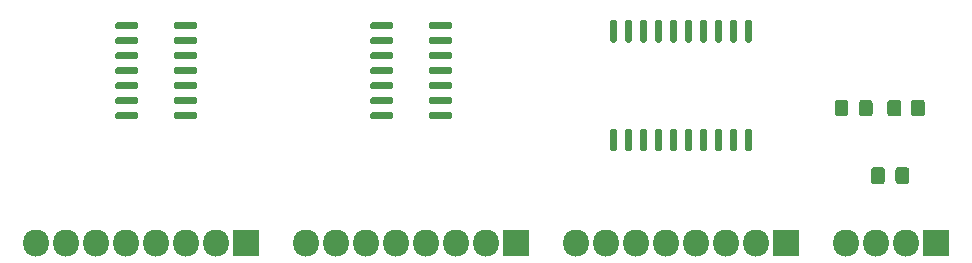
<source format=gbr>
G04 #@! TF.GenerationSoftware,KiCad,Pcbnew,(5.1.8)-1*
G04 #@! TF.CreationDate,2022-10-10T00:41:52+03:00*
G04 #@! TF.ProjectId,AND,414e442e-6b69-4636-9164-5f7063625858,rev?*
G04 #@! TF.SameCoordinates,Original*
G04 #@! TF.FileFunction,Soldermask,Top*
G04 #@! TF.FilePolarity,Negative*
%FSLAX46Y46*%
G04 Gerber Fmt 4.6, Leading zero omitted, Abs format (unit mm)*
G04 Created by KiCad (PCBNEW (5.1.8)-1) date 2022-10-10 00:41:52*
%MOMM*%
%LPD*%
G01*
G04 APERTURE LIST*
%ADD10O,2.200000X2.300000*%
%ADD11R,2.200000X2.300000*%
G04 APERTURE END LIST*
D10*
X132080000Y-64135000D03*
X134620000Y-64135000D03*
X137160000Y-64135000D03*
D11*
X139700000Y-64135000D03*
D10*
X109220000Y-64135000D03*
X111760000Y-64135000D03*
X114300000Y-64135000D03*
X116840000Y-64135000D03*
X119380000Y-64135000D03*
X121920000Y-64135000D03*
X124460000Y-64135000D03*
D11*
X127000000Y-64135000D03*
D10*
X86360000Y-64135000D03*
X88900000Y-64135000D03*
X91440000Y-64135000D03*
X93980000Y-64135000D03*
X96520000Y-64135000D03*
X99060000Y-64135000D03*
X101600000Y-64135000D03*
D11*
X104140000Y-64135000D03*
D10*
X63500000Y-64135000D03*
X66040000Y-64135000D03*
X68580000Y-64135000D03*
X71120000Y-64135000D03*
X73660000Y-64135000D03*
X76200000Y-64135000D03*
X78740000Y-64135000D03*
D11*
X81280000Y-64135000D03*
G36*
G01*
X123675000Y-45250000D02*
X123975000Y-45250000D01*
G75*
G02*
X124125000Y-45400000I0J-150000D01*
G01*
X124125000Y-47000000D01*
G75*
G02*
X123975000Y-47150000I-150000J0D01*
G01*
X123675000Y-47150000D01*
G75*
G02*
X123525000Y-47000000I0J150000D01*
G01*
X123525000Y-45400000D01*
G75*
G02*
X123675000Y-45250000I150000J0D01*
G01*
G37*
G36*
G01*
X122405000Y-45250000D02*
X122705000Y-45250000D01*
G75*
G02*
X122855000Y-45400000I0J-150000D01*
G01*
X122855000Y-47000000D01*
G75*
G02*
X122705000Y-47150000I-150000J0D01*
G01*
X122405000Y-47150000D01*
G75*
G02*
X122255000Y-47000000I0J150000D01*
G01*
X122255000Y-45400000D01*
G75*
G02*
X122405000Y-45250000I150000J0D01*
G01*
G37*
G36*
G01*
X121135000Y-45250000D02*
X121435000Y-45250000D01*
G75*
G02*
X121585000Y-45400000I0J-150000D01*
G01*
X121585000Y-47000000D01*
G75*
G02*
X121435000Y-47150000I-150000J0D01*
G01*
X121135000Y-47150000D01*
G75*
G02*
X120985000Y-47000000I0J150000D01*
G01*
X120985000Y-45400000D01*
G75*
G02*
X121135000Y-45250000I150000J0D01*
G01*
G37*
G36*
G01*
X119865000Y-45250000D02*
X120165000Y-45250000D01*
G75*
G02*
X120315000Y-45400000I0J-150000D01*
G01*
X120315000Y-47000000D01*
G75*
G02*
X120165000Y-47150000I-150000J0D01*
G01*
X119865000Y-47150000D01*
G75*
G02*
X119715000Y-47000000I0J150000D01*
G01*
X119715000Y-45400000D01*
G75*
G02*
X119865000Y-45250000I150000J0D01*
G01*
G37*
G36*
G01*
X118595000Y-45250000D02*
X118895000Y-45250000D01*
G75*
G02*
X119045000Y-45400000I0J-150000D01*
G01*
X119045000Y-47000000D01*
G75*
G02*
X118895000Y-47150000I-150000J0D01*
G01*
X118595000Y-47150000D01*
G75*
G02*
X118445000Y-47000000I0J150000D01*
G01*
X118445000Y-45400000D01*
G75*
G02*
X118595000Y-45250000I150000J0D01*
G01*
G37*
G36*
G01*
X117325000Y-45250000D02*
X117625000Y-45250000D01*
G75*
G02*
X117775000Y-45400000I0J-150000D01*
G01*
X117775000Y-47000000D01*
G75*
G02*
X117625000Y-47150000I-150000J0D01*
G01*
X117325000Y-47150000D01*
G75*
G02*
X117175000Y-47000000I0J150000D01*
G01*
X117175000Y-45400000D01*
G75*
G02*
X117325000Y-45250000I150000J0D01*
G01*
G37*
G36*
G01*
X116055000Y-45250000D02*
X116355000Y-45250000D01*
G75*
G02*
X116505000Y-45400000I0J-150000D01*
G01*
X116505000Y-47000000D01*
G75*
G02*
X116355000Y-47150000I-150000J0D01*
G01*
X116055000Y-47150000D01*
G75*
G02*
X115905000Y-47000000I0J150000D01*
G01*
X115905000Y-45400000D01*
G75*
G02*
X116055000Y-45250000I150000J0D01*
G01*
G37*
G36*
G01*
X114785000Y-45250000D02*
X115085000Y-45250000D01*
G75*
G02*
X115235000Y-45400000I0J-150000D01*
G01*
X115235000Y-47000000D01*
G75*
G02*
X115085000Y-47150000I-150000J0D01*
G01*
X114785000Y-47150000D01*
G75*
G02*
X114635000Y-47000000I0J150000D01*
G01*
X114635000Y-45400000D01*
G75*
G02*
X114785000Y-45250000I150000J0D01*
G01*
G37*
G36*
G01*
X113515000Y-45250000D02*
X113815000Y-45250000D01*
G75*
G02*
X113965000Y-45400000I0J-150000D01*
G01*
X113965000Y-47000000D01*
G75*
G02*
X113815000Y-47150000I-150000J0D01*
G01*
X113515000Y-47150000D01*
G75*
G02*
X113365000Y-47000000I0J150000D01*
G01*
X113365000Y-45400000D01*
G75*
G02*
X113515000Y-45250000I150000J0D01*
G01*
G37*
G36*
G01*
X112245000Y-45250000D02*
X112545000Y-45250000D01*
G75*
G02*
X112695000Y-45400000I0J-150000D01*
G01*
X112695000Y-47000000D01*
G75*
G02*
X112545000Y-47150000I-150000J0D01*
G01*
X112245000Y-47150000D01*
G75*
G02*
X112095000Y-47000000I0J150000D01*
G01*
X112095000Y-45400000D01*
G75*
G02*
X112245000Y-45250000I150000J0D01*
G01*
G37*
G36*
G01*
X112245000Y-54450000D02*
X112545000Y-54450000D01*
G75*
G02*
X112695000Y-54600000I0J-150000D01*
G01*
X112695000Y-56200000D01*
G75*
G02*
X112545000Y-56350000I-150000J0D01*
G01*
X112245000Y-56350000D01*
G75*
G02*
X112095000Y-56200000I0J150000D01*
G01*
X112095000Y-54600000D01*
G75*
G02*
X112245000Y-54450000I150000J0D01*
G01*
G37*
G36*
G01*
X113515000Y-54450000D02*
X113815000Y-54450000D01*
G75*
G02*
X113965000Y-54600000I0J-150000D01*
G01*
X113965000Y-56200000D01*
G75*
G02*
X113815000Y-56350000I-150000J0D01*
G01*
X113515000Y-56350000D01*
G75*
G02*
X113365000Y-56200000I0J150000D01*
G01*
X113365000Y-54600000D01*
G75*
G02*
X113515000Y-54450000I150000J0D01*
G01*
G37*
G36*
G01*
X114785000Y-54450000D02*
X115085000Y-54450000D01*
G75*
G02*
X115235000Y-54600000I0J-150000D01*
G01*
X115235000Y-56200000D01*
G75*
G02*
X115085000Y-56350000I-150000J0D01*
G01*
X114785000Y-56350000D01*
G75*
G02*
X114635000Y-56200000I0J150000D01*
G01*
X114635000Y-54600000D01*
G75*
G02*
X114785000Y-54450000I150000J0D01*
G01*
G37*
G36*
G01*
X116055000Y-54450000D02*
X116355000Y-54450000D01*
G75*
G02*
X116505000Y-54600000I0J-150000D01*
G01*
X116505000Y-56200000D01*
G75*
G02*
X116355000Y-56350000I-150000J0D01*
G01*
X116055000Y-56350000D01*
G75*
G02*
X115905000Y-56200000I0J150000D01*
G01*
X115905000Y-54600000D01*
G75*
G02*
X116055000Y-54450000I150000J0D01*
G01*
G37*
G36*
G01*
X117325000Y-54450000D02*
X117625000Y-54450000D01*
G75*
G02*
X117775000Y-54600000I0J-150000D01*
G01*
X117775000Y-56200000D01*
G75*
G02*
X117625000Y-56350000I-150000J0D01*
G01*
X117325000Y-56350000D01*
G75*
G02*
X117175000Y-56200000I0J150000D01*
G01*
X117175000Y-54600000D01*
G75*
G02*
X117325000Y-54450000I150000J0D01*
G01*
G37*
G36*
G01*
X118595000Y-54450000D02*
X118895000Y-54450000D01*
G75*
G02*
X119045000Y-54600000I0J-150000D01*
G01*
X119045000Y-56200000D01*
G75*
G02*
X118895000Y-56350000I-150000J0D01*
G01*
X118595000Y-56350000D01*
G75*
G02*
X118445000Y-56200000I0J150000D01*
G01*
X118445000Y-54600000D01*
G75*
G02*
X118595000Y-54450000I150000J0D01*
G01*
G37*
G36*
G01*
X119865000Y-54450000D02*
X120165000Y-54450000D01*
G75*
G02*
X120315000Y-54600000I0J-150000D01*
G01*
X120315000Y-56200000D01*
G75*
G02*
X120165000Y-56350000I-150000J0D01*
G01*
X119865000Y-56350000D01*
G75*
G02*
X119715000Y-56200000I0J150000D01*
G01*
X119715000Y-54600000D01*
G75*
G02*
X119865000Y-54450000I150000J0D01*
G01*
G37*
G36*
G01*
X121135000Y-54450000D02*
X121435000Y-54450000D01*
G75*
G02*
X121585000Y-54600000I0J-150000D01*
G01*
X121585000Y-56200000D01*
G75*
G02*
X121435000Y-56350000I-150000J0D01*
G01*
X121135000Y-56350000D01*
G75*
G02*
X120985000Y-56200000I0J150000D01*
G01*
X120985000Y-54600000D01*
G75*
G02*
X121135000Y-54450000I150000J0D01*
G01*
G37*
G36*
G01*
X122405000Y-54450000D02*
X122705000Y-54450000D01*
G75*
G02*
X122855000Y-54600000I0J-150000D01*
G01*
X122855000Y-56200000D01*
G75*
G02*
X122705000Y-56350000I-150000J0D01*
G01*
X122405000Y-56350000D01*
G75*
G02*
X122255000Y-56200000I0J150000D01*
G01*
X122255000Y-54600000D01*
G75*
G02*
X122405000Y-54450000I150000J0D01*
G01*
G37*
G36*
G01*
X123675000Y-54450000D02*
X123975000Y-54450000D01*
G75*
G02*
X124125000Y-54600000I0J-150000D01*
G01*
X124125000Y-56200000D01*
G75*
G02*
X123975000Y-56350000I-150000J0D01*
G01*
X123675000Y-56350000D01*
G75*
G02*
X123525000Y-56200000I0J150000D01*
G01*
X123525000Y-54600000D01*
G75*
G02*
X123675000Y-54450000I150000J0D01*
G01*
G37*
G36*
G01*
X70210000Y-45870000D02*
X70210000Y-45570000D01*
G75*
G02*
X70360000Y-45420000I150000J0D01*
G01*
X72010000Y-45420000D01*
G75*
G02*
X72160000Y-45570000I0J-150000D01*
G01*
X72160000Y-45870000D01*
G75*
G02*
X72010000Y-46020000I-150000J0D01*
G01*
X70360000Y-46020000D01*
G75*
G02*
X70210000Y-45870000I0J150000D01*
G01*
G37*
G36*
G01*
X70210000Y-47140000D02*
X70210000Y-46840000D01*
G75*
G02*
X70360000Y-46690000I150000J0D01*
G01*
X72010000Y-46690000D01*
G75*
G02*
X72160000Y-46840000I0J-150000D01*
G01*
X72160000Y-47140000D01*
G75*
G02*
X72010000Y-47290000I-150000J0D01*
G01*
X70360000Y-47290000D01*
G75*
G02*
X70210000Y-47140000I0J150000D01*
G01*
G37*
G36*
G01*
X70210000Y-48410000D02*
X70210000Y-48110000D01*
G75*
G02*
X70360000Y-47960000I150000J0D01*
G01*
X72010000Y-47960000D01*
G75*
G02*
X72160000Y-48110000I0J-150000D01*
G01*
X72160000Y-48410000D01*
G75*
G02*
X72010000Y-48560000I-150000J0D01*
G01*
X70360000Y-48560000D01*
G75*
G02*
X70210000Y-48410000I0J150000D01*
G01*
G37*
G36*
G01*
X70210000Y-49680000D02*
X70210000Y-49380000D01*
G75*
G02*
X70360000Y-49230000I150000J0D01*
G01*
X72010000Y-49230000D01*
G75*
G02*
X72160000Y-49380000I0J-150000D01*
G01*
X72160000Y-49680000D01*
G75*
G02*
X72010000Y-49830000I-150000J0D01*
G01*
X70360000Y-49830000D01*
G75*
G02*
X70210000Y-49680000I0J150000D01*
G01*
G37*
G36*
G01*
X70210000Y-50950000D02*
X70210000Y-50650000D01*
G75*
G02*
X70360000Y-50500000I150000J0D01*
G01*
X72010000Y-50500000D01*
G75*
G02*
X72160000Y-50650000I0J-150000D01*
G01*
X72160000Y-50950000D01*
G75*
G02*
X72010000Y-51100000I-150000J0D01*
G01*
X70360000Y-51100000D01*
G75*
G02*
X70210000Y-50950000I0J150000D01*
G01*
G37*
G36*
G01*
X70210000Y-52220000D02*
X70210000Y-51920000D01*
G75*
G02*
X70360000Y-51770000I150000J0D01*
G01*
X72010000Y-51770000D01*
G75*
G02*
X72160000Y-51920000I0J-150000D01*
G01*
X72160000Y-52220000D01*
G75*
G02*
X72010000Y-52370000I-150000J0D01*
G01*
X70360000Y-52370000D01*
G75*
G02*
X70210000Y-52220000I0J150000D01*
G01*
G37*
G36*
G01*
X70210000Y-53490000D02*
X70210000Y-53190000D01*
G75*
G02*
X70360000Y-53040000I150000J0D01*
G01*
X72010000Y-53040000D01*
G75*
G02*
X72160000Y-53190000I0J-150000D01*
G01*
X72160000Y-53490000D01*
G75*
G02*
X72010000Y-53640000I-150000J0D01*
G01*
X70360000Y-53640000D01*
G75*
G02*
X70210000Y-53490000I0J150000D01*
G01*
G37*
G36*
G01*
X75160000Y-53490000D02*
X75160000Y-53190000D01*
G75*
G02*
X75310000Y-53040000I150000J0D01*
G01*
X76960000Y-53040000D01*
G75*
G02*
X77110000Y-53190000I0J-150000D01*
G01*
X77110000Y-53490000D01*
G75*
G02*
X76960000Y-53640000I-150000J0D01*
G01*
X75310000Y-53640000D01*
G75*
G02*
X75160000Y-53490000I0J150000D01*
G01*
G37*
G36*
G01*
X75160000Y-52220000D02*
X75160000Y-51920000D01*
G75*
G02*
X75310000Y-51770000I150000J0D01*
G01*
X76960000Y-51770000D01*
G75*
G02*
X77110000Y-51920000I0J-150000D01*
G01*
X77110000Y-52220000D01*
G75*
G02*
X76960000Y-52370000I-150000J0D01*
G01*
X75310000Y-52370000D01*
G75*
G02*
X75160000Y-52220000I0J150000D01*
G01*
G37*
G36*
G01*
X75160000Y-50950000D02*
X75160000Y-50650000D01*
G75*
G02*
X75310000Y-50500000I150000J0D01*
G01*
X76960000Y-50500000D01*
G75*
G02*
X77110000Y-50650000I0J-150000D01*
G01*
X77110000Y-50950000D01*
G75*
G02*
X76960000Y-51100000I-150000J0D01*
G01*
X75310000Y-51100000D01*
G75*
G02*
X75160000Y-50950000I0J150000D01*
G01*
G37*
G36*
G01*
X75160000Y-49680000D02*
X75160000Y-49380000D01*
G75*
G02*
X75310000Y-49230000I150000J0D01*
G01*
X76960000Y-49230000D01*
G75*
G02*
X77110000Y-49380000I0J-150000D01*
G01*
X77110000Y-49680000D01*
G75*
G02*
X76960000Y-49830000I-150000J0D01*
G01*
X75310000Y-49830000D01*
G75*
G02*
X75160000Y-49680000I0J150000D01*
G01*
G37*
G36*
G01*
X75160000Y-48410000D02*
X75160000Y-48110000D01*
G75*
G02*
X75310000Y-47960000I150000J0D01*
G01*
X76960000Y-47960000D01*
G75*
G02*
X77110000Y-48110000I0J-150000D01*
G01*
X77110000Y-48410000D01*
G75*
G02*
X76960000Y-48560000I-150000J0D01*
G01*
X75310000Y-48560000D01*
G75*
G02*
X75160000Y-48410000I0J150000D01*
G01*
G37*
G36*
G01*
X75160000Y-47140000D02*
X75160000Y-46840000D01*
G75*
G02*
X75310000Y-46690000I150000J0D01*
G01*
X76960000Y-46690000D01*
G75*
G02*
X77110000Y-46840000I0J-150000D01*
G01*
X77110000Y-47140000D01*
G75*
G02*
X76960000Y-47290000I-150000J0D01*
G01*
X75310000Y-47290000D01*
G75*
G02*
X75160000Y-47140000I0J150000D01*
G01*
G37*
G36*
G01*
X75160000Y-45870000D02*
X75160000Y-45570000D01*
G75*
G02*
X75310000Y-45420000I150000J0D01*
G01*
X76960000Y-45420000D01*
G75*
G02*
X77110000Y-45570000I0J-150000D01*
G01*
X77110000Y-45870000D01*
G75*
G02*
X76960000Y-46020000I-150000J0D01*
G01*
X75310000Y-46020000D01*
G75*
G02*
X75160000Y-45870000I0J150000D01*
G01*
G37*
G36*
G01*
X96750000Y-45870000D02*
X96750000Y-45570000D01*
G75*
G02*
X96900000Y-45420000I150000J0D01*
G01*
X98550000Y-45420000D01*
G75*
G02*
X98700000Y-45570000I0J-150000D01*
G01*
X98700000Y-45870000D01*
G75*
G02*
X98550000Y-46020000I-150000J0D01*
G01*
X96900000Y-46020000D01*
G75*
G02*
X96750000Y-45870000I0J150000D01*
G01*
G37*
G36*
G01*
X96750000Y-47140000D02*
X96750000Y-46840000D01*
G75*
G02*
X96900000Y-46690000I150000J0D01*
G01*
X98550000Y-46690000D01*
G75*
G02*
X98700000Y-46840000I0J-150000D01*
G01*
X98700000Y-47140000D01*
G75*
G02*
X98550000Y-47290000I-150000J0D01*
G01*
X96900000Y-47290000D01*
G75*
G02*
X96750000Y-47140000I0J150000D01*
G01*
G37*
G36*
G01*
X96750000Y-48410000D02*
X96750000Y-48110000D01*
G75*
G02*
X96900000Y-47960000I150000J0D01*
G01*
X98550000Y-47960000D01*
G75*
G02*
X98700000Y-48110000I0J-150000D01*
G01*
X98700000Y-48410000D01*
G75*
G02*
X98550000Y-48560000I-150000J0D01*
G01*
X96900000Y-48560000D01*
G75*
G02*
X96750000Y-48410000I0J150000D01*
G01*
G37*
G36*
G01*
X96750000Y-49680000D02*
X96750000Y-49380000D01*
G75*
G02*
X96900000Y-49230000I150000J0D01*
G01*
X98550000Y-49230000D01*
G75*
G02*
X98700000Y-49380000I0J-150000D01*
G01*
X98700000Y-49680000D01*
G75*
G02*
X98550000Y-49830000I-150000J0D01*
G01*
X96900000Y-49830000D01*
G75*
G02*
X96750000Y-49680000I0J150000D01*
G01*
G37*
G36*
G01*
X96750000Y-50950000D02*
X96750000Y-50650000D01*
G75*
G02*
X96900000Y-50500000I150000J0D01*
G01*
X98550000Y-50500000D01*
G75*
G02*
X98700000Y-50650000I0J-150000D01*
G01*
X98700000Y-50950000D01*
G75*
G02*
X98550000Y-51100000I-150000J0D01*
G01*
X96900000Y-51100000D01*
G75*
G02*
X96750000Y-50950000I0J150000D01*
G01*
G37*
G36*
G01*
X96750000Y-52220000D02*
X96750000Y-51920000D01*
G75*
G02*
X96900000Y-51770000I150000J0D01*
G01*
X98550000Y-51770000D01*
G75*
G02*
X98700000Y-51920000I0J-150000D01*
G01*
X98700000Y-52220000D01*
G75*
G02*
X98550000Y-52370000I-150000J0D01*
G01*
X96900000Y-52370000D01*
G75*
G02*
X96750000Y-52220000I0J150000D01*
G01*
G37*
G36*
G01*
X96750000Y-53490000D02*
X96750000Y-53190000D01*
G75*
G02*
X96900000Y-53040000I150000J0D01*
G01*
X98550000Y-53040000D01*
G75*
G02*
X98700000Y-53190000I0J-150000D01*
G01*
X98700000Y-53490000D01*
G75*
G02*
X98550000Y-53640000I-150000J0D01*
G01*
X96900000Y-53640000D01*
G75*
G02*
X96750000Y-53490000I0J150000D01*
G01*
G37*
G36*
G01*
X91800000Y-53490000D02*
X91800000Y-53190000D01*
G75*
G02*
X91950000Y-53040000I150000J0D01*
G01*
X93600000Y-53040000D01*
G75*
G02*
X93750000Y-53190000I0J-150000D01*
G01*
X93750000Y-53490000D01*
G75*
G02*
X93600000Y-53640000I-150000J0D01*
G01*
X91950000Y-53640000D01*
G75*
G02*
X91800000Y-53490000I0J150000D01*
G01*
G37*
G36*
G01*
X91800000Y-52220000D02*
X91800000Y-51920000D01*
G75*
G02*
X91950000Y-51770000I150000J0D01*
G01*
X93600000Y-51770000D01*
G75*
G02*
X93750000Y-51920000I0J-150000D01*
G01*
X93750000Y-52220000D01*
G75*
G02*
X93600000Y-52370000I-150000J0D01*
G01*
X91950000Y-52370000D01*
G75*
G02*
X91800000Y-52220000I0J150000D01*
G01*
G37*
G36*
G01*
X91800000Y-50950000D02*
X91800000Y-50650000D01*
G75*
G02*
X91950000Y-50500000I150000J0D01*
G01*
X93600000Y-50500000D01*
G75*
G02*
X93750000Y-50650000I0J-150000D01*
G01*
X93750000Y-50950000D01*
G75*
G02*
X93600000Y-51100000I-150000J0D01*
G01*
X91950000Y-51100000D01*
G75*
G02*
X91800000Y-50950000I0J150000D01*
G01*
G37*
G36*
G01*
X91800000Y-49680000D02*
X91800000Y-49380000D01*
G75*
G02*
X91950000Y-49230000I150000J0D01*
G01*
X93600000Y-49230000D01*
G75*
G02*
X93750000Y-49380000I0J-150000D01*
G01*
X93750000Y-49680000D01*
G75*
G02*
X93600000Y-49830000I-150000J0D01*
G01*
X91950000Y-49830000D01*
G75*
G02*
X91800000Y-49680000I0J150000D01*
G01*
G37*
G36*
G01*
X91800000Y-48410000D02*
X91800000Y-48110000D01*
G75*
G02*
X91950000Y-47960000I150000J0D01*
G01*
X93600000Y-47960000D01*
G75*
G02*
X93750000Y-48110000I0J-150000D01*
G01*
X93750000Y-48410000D01*
G75*
G02*
X93600000Y-48560000I-150000J0D01*
G01*
X91950000Y-48560000D01*
G75*
G02*
X91800000Y-48410000I0J150000D01*
G01*
G37*
G36*
G01*
X91800000Y-47140000D02*
X91800000Y-46840000D01*
G75*
G02*
X91950000Y-46690000I150000J0D01*
G01*
X93600000Y-46690000D01*
G75*
G02*
X93750000Y-46840000I0J-150000D01*
G01*
X93750000Y-47140000D01*
G75*
G02*
X93600000Y-47290000I-150000J0D01*
G01*
X91950000Y-47290000D01*
G75*
G02*
X91800000Y-47140000I0J150000D01*
G01*
G37*
G36*
G01*
X91800000Y-45870000D02*
X91800000Y-45570000D01*
G75*
G02*
X91950000Y-45420000I150000J0D01*
G01*
X93600000Y-45420000D01*
G75*
G02*
X93750000Y-45570000I0J-150000D01*
G01*
X93750000Y-45870000D01*
G75*
G02*
X93600000Y-46020000I-150000J0D01*
G01*
X91950000Y-46020000D01*
G75*
G02*
X91800000Y-45870000I0J150000D01*
G01*
G37*
G36*
G01*
X134180000Y-58895000D02*
X134180000Y-57945000D01*
G75*
G02*
X134430000Y-57695000I250000J0D01*
G01*
X135105000Y-57695000D01*
G75*
G02*
X135355000Y-57945000I0J-250000D01*
G01*
X135355000Y-58895000D01*
G75*
G02*
X135105000Y-59145000I-250000J0D01*
G01*
X134430000Y-59145000D01*
G75*
G02*
X134180000Y-58895000I0J250000D01*
G01*
G37*
G36*
G01*
X136255000Y-58895000D02*
X136255000Y-57945000D01*
G75*
G02*
X136505000Y-57695000I250000J0D01*
G01*
X137180000Y-57695000D01*
G75*
G02*
X137430000Y-57945000I0J-250000D01*
G01*
X137430000Y-58895000D01*
G75*
G02*
X137180000Y-59145000I-250000J0D01*
G01*
X136505000Y-59145000D01*
G75*
G02*
X136255000Y-58895000I0J250000D01*
G01*
G37*
G36*
G01*
X131115000Y-53155001D02*
X131115000Y-52254999D01*
G75*
G02*
X131364999Y-52005000I249999J0D01*
G01*
X132015001Y-52005000D01*
G75*
G02*
X132265000Y-52254999I0J-249999D01*
G01*
X132265000Y-53155001D01*
G75*
G02*
X132015001Y-53405000I-249999J0D01*
G01*
X131364999Y-53405000D01*
G75*
G02*
X131115000Y-53155001I0J249999D01*
G01*
G37*
G36*
G01*
X133165000Y-53155001D02*
X133165000Y-52254999D01*
G75*
G02*
X133414999Y-52005000I249999J0D01*
G01*
X134065001Y-52005000D01*
G75*
G02*
X134315000Y-52254999I0J-249999D01*
G01*
X134315000Y-53155001D01*
G75*
G02*
X134065001Y-53405000I-249999J0D01*
G01*
X133414999Y-53405000D01*
G75*
G02*
X133165000Y-53155001I0J249999D01*
G01*
G37*
G36*
G01*
X135560000Y-53155001D02*
X135560000Y-52254999D01*
G75*
G02*
X135809999Y-52005000I249999J0D01*
G01*
X136510001Y-52005000D01*
G75*
G02*
X136760000Y-52254999I0J-249999D01*
G01*
X136760000Y-53155001D01*
G75*
G02*
X136510001Y-53405000I-249999J0D01*
G01*
X135809999Y-53405000D01*
G75*
G02*
X135560000Y-53155001I0J249999D01*
G01*
G37*
G36*
G01*
X137560000Y-53155001D02*
X137560000Y-52254999D01*
G75*
G02*
X137809999Y-52005000I249999J0D01*
G01*
X138510001Y-52005000D01*
G75*
G02*
X138760000Y-52254999I0J-249999D01*
G01*
X138760000Y-53155001D01*
G75*
G02*
X138510001Y-53405000I-249999J0D01*
G01*
X137809999Y-53405000D01*
G75*
G02*
X137560000Y-53155001I0J249999D01*
G01*
G37*
M02*

</source>
